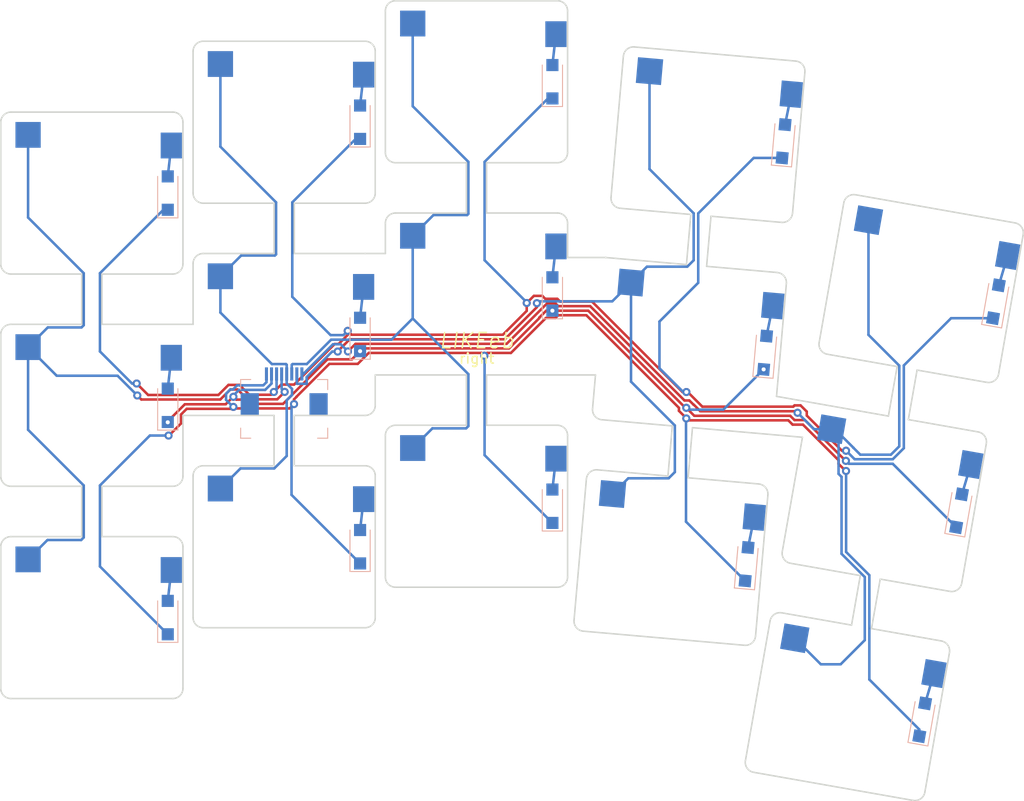
<source format=kicad_pcb>
(kicad_pcb (version 20221018) (generator pcbnew)
  (title_block (title "right") (rev "rev1.2") (company "nikservik"))
  (layers (0 "F.Cu" signal) (31 "B.Cu" signal) (34 "B.Paste" user) (35 "F.Paste" user) (36 "B.SilkS" user "B.Silkscreen") (37 "F.SilkS" user "F.Silkscreen") (38 "B.Mask" user) (39 "F.Mask" user) (44 "Edge.Cuts" user))
  (net 0 "")
  (net 1 "C10")
  (net 2 "RR2")
  (net 3 "S1_s2d")
  (net 4 "RR1")
  (net 5 "S2_s2d")
  (net 6 "RR3")
  (net 7 "S3_s2d")
  (net 8 "C9")
  (net 9 "S4_s2d")
  (net 10 "S5_s2d")
  (net 11 "S6_s2d")
  (net 12 "C8")
  (net 13 "S7_s2d")
  (net 14 "S8_s2d")
  (net 15 "S9_s2d")
  (net 16 "C7")
  (net 17 "S10_s2d")
  (net 18 "S11_s2d")
  (net 19 "S12_s2d")
  (net 20 "C6")
  (net 21 "S13_s2d")
  (net 22 "S14_s2d")
  (net 23 "S15_s2d")
  (footprint "GateronLowProfileSwitch" (layer "F.Cu") (at 197.291967 111.85441)
    (fp_text reference "S15" hide)
    (fp_text value "" hide)
  )
  (footprint "GateronLowProfileSwitch" (layer "F.Cu") (at 216.291967 83.88441)
    (fp_text reference "S10" hide)
    (fp_text value "" hide)
  )
  (footprint "GateronLowProfileSwitch" (layer "F.Cu") (at 258.161795 64.144753 -5)
    (fp_text reference "S5" hide)
    (fp_text value "" hide)
  )
  (footprint "GateronLowProfileSwitch" (layer "F.Cu") (at 197.291967 90.88441)
    (fp_text reference "S13" hide)
    (fp_text value "" hide)
  )
  (footprint "GateronLowProfileSwitch" (layer "F.Cu") (at 235.291967 79.88441)
    (fp_text reference "S7" hide)
    (fp_text value "" hide)
  )
  (footprint "GateronLowProfileSwitch" (layer "F.Cu") (at 279.225337 79.348581 -10)
    (fp_text reference "S2" hide)
    (fp_text value "" hide)
  )
  (footprint "GateronLowProfileSwitch" (layer "F.Cu") (at 254.506483 105.925158 -5)
    (fp_text reference "S6" hide)
    (fp_text value "" hide)
  )
  (footprint "GateronLowProfileSwitch" (layer "F.Cu") (at 235.291967 100.85441)
    (fp_text reference "S9" hide)
    (fp_text value "" hide)
  )
  (footprint "GateronLowProfileSwitch" (layer "F.Cu") (at 256.33414 85.034956 -5)
    (fp_text reference "S4" hide)
    (fp_text value "" hide)
  )
  (footprint "GateronLowProfileSwitch" (layer "F.Cu") (at 235.291967 58.91441)
    (fp_text reference "S8" hide)
    (fp_text value "" hide)
  )
  (footprint "GateronLowProfileSwitch" (layer "F.Cu") (at 216.291967 62.91441)
    (fp_text reference "S11" hide)
    (fp_text value "" hide)
  )
  (footprint "GateronLowProfileSwitch" (layer "F.Cu") (at 271.942532 120.651419 -10)
    (fp_text reference "S3" hide)
    (fp_text value "" hide)
  )
  (footprint "GateronLowProfileSwitch" (layer "F.Cu") (at 197.291967 69.91441)
    (fp_text reference "S14" hide)
    (fp_text value "" hide)
  )
  (footprint "GateronLowProfileSwitch" (layer "F.Cu") (at 275.583934 100 -10)
    (fp_text reference "S1" hide)
    (fp_text value "" hide)
  )
  (footprint "GateronLowProfileSwitch" (layer "F.Cu") (at 216.291967 104.85441)
    (fp_text reference "S12" hide)
    (fp_text value "" hide)
  )
  (footprint "SmdDiode" (layer "B.Cu") (at 258.161795 64.144753 -5)
    (fp_text reference "")
    (fp_text value "")
  )
  (footprint "SmdDiode" (layer "B.Cu") (at 197.291967 90.88441)
    (fp_text reference "")
    (fp_text value "")
  )
  (footprint "SmdDiode" (layer "B.Cu") (at 216.291967 104.85441)
    (fp_text reference "")
    (fp_text value "")
  )
  (footprint "SmdDiode" (layer "B.Cu") (at 235.291967 100.85441)
    (fp_text reference "")
    (fp_text value "")
  )
  (footprint "SmdDiode" (layer "B.Cu") (at 271.942532 120.651419 -10)
    (fp_text reference "")
    (fp_text value "")
  )
  (footprint "SmdDiode" (layer "B.Cu") (at 197.291967 69.91441)
    (fp_text reference "")
    (fp_text value "")
  )
  (footprint "SmdDiode" (layer "B.Cu") (at 256.33414 85.034956 -5)
    (fp_text reference "")
    (fp_text value "")
  )
  (footprint "SmdDiode" (layer "B.Cu") (at 216.291967 62.91441)
    (fp_text reference "")
    (fp_text value "")
  )
  (footprint "SmdDiode" (layer "B.Cu") (at 279.225337 79.348581 -10)
    (fp_text reference "")
    (fp_text value "")
  )
  (footprint "HKWClamshellSocket" (layer "B.Cu") (at 216.291967 90.78441 180)
    (fp_text reference "_1" hide)
    (fp_text value "" hide)
  )
  (footprint "SmdDiode" (layer "B.Cu") (at 197.291967 111.85441)
    (fp_text reference "")
    (fp_text value "")
  )
  (footprint "SmdDiode" (layer "B.Cu") (at 235.291967 79.88441)
    (fp_text reference "")
    (fp_text value "")
  )
  (footprint "SmdDiode" (layer "B.Cu") (at 235.291967 58.91441)
    (fp_text reference "")
    (fp_text value "")
  )
  (footprint "SmdDiode" (layer "B.Cu") (at 216.291967 83.88441)
    (fp_text reference "")
    (fp_text value "")
  )
  (footprint "SmdDiode" (layer "B.Cu") (at 254.506483 105.925158 -5)
    (fp_text reference "")
    (fp_text value "")
  )
  (footprint "SmdDiode" (layer "B.Cu") (at 275.583934 100 -10)
    (fp_text reference "")
    (fp_text value "")
  )
  (gr_line (start 269.957689 85.837858) (end 276.851343 87.053395) (stroke (width 0.15)) (layer "Edge.Cuts"))
  (gr_line (start 284.851582 93.510723) (end 277.957928 92.295186) (stroke (width 0.15)) (layer "Edge.Cuts"))
  (gr_line (start 288.492984 72.859305) (end 272.73606 70.080934) (stroke (width 0.15)) (layer "Edge.Cuts"))
  (gr_line (start 243.291967 50.91441) (end 227.291967 50.91441) (stroke (width 0.15)) (layer "Edge.Cuts"))
  (gr_arc (start 207.291967 76.88441) (mid 207.58486 76.177303) (end 208.291967 75.88441) (stroke (width 0.15)) (layer "Edge.Cuts"))
  (gr_line (start 266.828599 56.872441) (end 250.889484 55.477949) (stroke (width 0.15)) (layer "Edge.Cuts"))
  (gr_line (start 256.468355 72.027155) (end 256.035191 76.978242) (stroke (width 0.15)) (layer "Edge.Cuts"))
  (gr_line (start 224.291967 96.85441) (end 217.291967 96.85441) (stroke (width 0.15)) (layer "Edge.Cuts"))
  (gr_line (start 217.291967 91.88441) (end 224.291967 91.88441) (stroke (width 0.15)) (layer "Edge.Cuts"))
  (gr_line (start 225.291967 87.88441) (end 234.291967 87.88441) (stroke (width 0.15)) (layer "Edge.Cuts"))
  (gr_arc (start 206.291967 76.91441) (mid 205.999074 77.621517) (end 205.291967 77.91441) (stroke (width 0.15)) (layer "Edge.Cuts"))
  (gr_line (start 243.291967 71.88441) (end 236.291967 71.88441) (stroke (width 0.15)) (layer "Edge.Cuts"))
  (gr_line (start 264.2948 112.194931) (end 261.863725 125.982239) (stroke (width 0.15)) (layer "Edge.Cuts"))
  (gr_line (start 274.316525 112.946605) (end 275.179557 108.05211) (stroke (width 0.15)) (layer "Edge.Cuts"))
  (gr_arc (start 288.492984 72.859305) (mid 289.138488 73.270536) (end 289.304144 74.017761) (stroke (width 0.15)) (layer "Edge.Cuts"))
  (gr_line (start 188.291967 104.85441) (end 188.291967 118.85441) (stroke (width 0.15)) (layer "Edge.Cuts"))
  (gr_line (start 226.291967 93.85441) (end 226.291967 107.85441) (stroke (width 0.15)) (layer "Edge.Cuts"))
  (gr_line (start 234.291967 92.85441) (end 227.291967 92.85441) (stroke (width 0.15)) (layer "Edge.Cuts"))
  (gr_arc (start 226.291967 51.91441) (mid 226.58486 51.207303) (end 227.291967 50.91441) (stroke (width 0.15)) (layer "Edge.Cuts"))
  (gr_arc (start 225.291967 90.88441) (mid 224.999074 91.591517) (end 224.291967 91.88441) (stroke (width 0.15)) (layer "Edge.Cuts"))
  (gr_line (start 236.291967 92.85441) (end 236.291967 87.88441) (stroke (width 0.15)) (layer "Edge.Cuts"))
  (gr_line (start 277.957928 92.295186) (end 278.820959 87.400692) (stroke (width 0.15)) (layer "Edge.Cuts"))
  (gr_line (start 206.291967 76.91441) (end 206.291967 62.91441) (stroke (width 0.15)) (layer "Edge.Cuts"))
  (gr_arc (start 207.291967 97.85441) (mid 207.58486 97.147303) (end 208.291967 96.85441) (stroke (width 0.15)) (layer "Edge.Cuts"))
  (gr_line (start 281.21018 114.162142) (end 274.316525 112.946605) (stroke (width 0.15)) (layer "Edge.Cuts"))
  (gr_line (start 283.231667 108.456488) (end 285.662741 94.669179) (stroke (width 0.15)) (layer "Edge.Cuts"))
  (gr_arc (start 245.839681 113.19747) (mid 245.160792 112.844063) (end 244.930641 112.11412) (stroke (width 0.15)) (layer "Edge.Cuts"))
  (gr_arc (start 206.291967 97.88441) (mid 205.999074 98.591517) (end 205.291967 98.88441) (stroke (width 0.15)) (layer "Edge.Cuts"))
  (gr_arc (start 262.674885 127.140695) (mid 262.029381 126.729464) (end 261.863725 125.982239) (stroke (width 0.15)) (layer "Edge.Cuts"))
  (gr_arc (start 264.294799 112.19493) (mid 264.706031 111.549426) (end 265.453256 111.383771) (stroke (width 0.15)) (layer "Edge.Cuts"))
  (gr_line (start 272.34691 112.599308) (end 265.453256 111.383771) (stroke (width 0.15)) (layer "Edge.Cuts"))
  (gr_line (start 205.291967 61.91441) (end 189.291967 61.91441) (stroke (width 0.15)) (layer "Edge.Cuts"))
  (gr_line (start 224.291967 75.88441) (end 217.291967 75.88441) (stroke (width 0.15)) (layer "Edge.Cuts"))
  (gr_arc (start 189.291967 77.91441) (mid 188.58486 77.621517) (end 188.291967 76.91441) (stroke (width 0.15)) (layer "Edge.Cuts"))
  (gr_line (start 262.862146 113.682923) (end 264.082326 99.736197) (stroke (width 0.15)) (layer "Edge.Cuts"))
  (gr_line (start 215.291967 75.88441) (end 208.291967 75.88441) (stroke (width 0.15)) (layer "Edge.Cuts"))
  (gr_line (start 226.291967 75.88441) (end 224.291967 75.88441) (stroke (width 0.15)) (layer "Edge.Cuts"))
  (gr_arc (start 271.577604 70.892094) (mid 271.988835 70.24659) (end 272.73606 70.080934) (stroke (width 0.15)) (layer "Edge.Cuts"))
  (gr_line (start 264.934242 89.998759) (end 265.909982 78.845994) (stroke (width 0.15)) (layer "Edge.Cuts"))
  (gr_arc (start 263.173286 98.652847) (mid 263.852175 99.006254) (end 264.082326 99.736197) (stroke (width 0.15)) (layer "Edge.Cuts"))
  (gr_line (start 225.291967 69.91441) (end 225.291967 55.91441) (stroke (width 0.15)) (layer "Edge.Cuts"))
  (gr_line (start 188.291967 62.91441) (end 188.291967 76.91441) (stroke (width 0.15)) (layer "Edge.Cuts"))
  (gr_arc (start 226.291967 72.88441) (mid 226.58486 72.177303) (end 227.291967 71.88441) (stroke (width 0.15)) (layer "Edge.Cuts"))
  (gr_arc (start 189.291967 98.88441) (mid 188.58486 98.591517) (end 188.291967 97.88441) (stroke (width 0.15)) (layer "Edge.Cuts"))
  (gr_line (start 236.291967 87.88441) (end 247.050466 87.88441) (stroke (width 0.15)) (layer "Edge.Cuts"))
  (gr_arc (start 208.291967 112.85441) (mid 207.58486 112.561517) (end 207.291967 111.85441) (stroke (width 0.15)) (layer "Edge.Cuts"))
  (gr_line (start 226.291967 51.91441) (end 226.291967 65.91441) (stroke (width 0.15)) (layer "Edge.Cuts"))
  (gr_line (start 227.291967 66.91441) (end 234.291967 66.91441) (stroke (width 0.15)) (layer "Edge.Cuts"))
  (gr_arc (start 188.291967 104.85441) (mid 188.58486 104.147303) (end 189.291967 103.85441) (stroke (width 0.15)) (layer "Edge.Cuts"))
  (gr_line (start 262.674885 127.140695) (end 278.431809 129.919066) (stroke (width 0.15)) (layer "Edge.Cuts"))
  (gr_line (start 245.83968 113.19747) (end 261.778795 114.591962) (stroke (width 0.15)) (layer "Edge.Cuts"))
  (gr_arc (start 207.291967 55.91441) (mid 207.58486 55.207303) (end 208.291967 54.91441) (stroke (width 0.15)) (layer "Edge.Cuts"))
  (gr_arc (start 243.291967 92.85441) (mid 243.999074 93.147303) (end 244.291967 93.85441) (stroke (width 0.15)) (layer "Edge.Cuts"))
  (gr_line (start 198.291967 82.88441) (end 207.291967 82.88441) (stroke (width 0.15)) (layer "Edge.Cuts"))
  (gr_line (start 248.064967 76.288606) (end 248.064967 76.28041) (stroke (width 0.15)) (layer "Edge.Cuts"))
  (gr_line (start 247.050466 87.88441) (end 246.758297 91.223917) (stroke (width 0.15)) (layer "Edge.Cuts"))
  (gr_arc (start 249.806133 56.386988) (mid 250.15954 55.708099) (end 250.889484 55.477949) (stroke (width 0.15)) (layer "Edge.Cuts"))
  (gr_line (start 273.209941 107.704814) (end 272.34691 112.599308) (stroke (width 0.15)) (layer "Edge.Cuts"))
  (gr_arc (start 224.291967 96.85441) (mid 224.999074 97.147303) (end 225.291967 97.85441) (stroke (width 0.15)) (layer "Edge.Cuts"))
  (gr_arc (start 227.291967 66.91441) (mid 226.58486 66.621517) (end 226.291967 65.91441) (stroke (width 0.15)) (layer "Edge.Cuts"))
  (gr_line (start 227.291967 108.85441) (end 243.291967 108.85441) (stroke (width 0.15)) (layer "Edge.Cuts"))
  (gr_line (start 247.667336 92.307267) (end 254.640699 92.917357) (stroke (width 0.15)) (layer "Edge.Cuts"))
  (gr_line (start 256.633088 93.091669) (end 267.495648 94.04202) (stroke (width 0.15)) (layer "Edge.Cuts"))
  (gr_line (start 215.291967 96.85441) (end 208.291967 96.85441) (stroke (width 0.15)) (layer "Edge.Cuts"))
  (gr_line (start 225.291967 111.85441) (end 225.291967 97.85441) (stroke (width 0.15)) (layer "Edge.Cuts"))
  (gr_arc (start 244.291967 65.91441) (mid 243.999074 66.621517) (end 243.291967 66.91441) (stroke (width 0.15)) (layer "Edge.Cuts"))
  (gr_arc (start 226.291967 93.85441) (mid 226.58486 93.147303) (end 227.291967 92.85441) (stroke (width 0.15)) (layer "Edge.Cuts"))
  (gr_line (start 215.291967 91.88441) (end 215.291967 96.85441) (stroke (width 0.15)) (layer "Edge.Cuts"))
  (gr_line (start 244.291967 107.85441) (end 244.291967 93.85441) (stroke (width 0.15)) (layer "Edge.Cuts"))
  (gr_line (start 248.065633 76.280996) (end 248.064967 76.288606) (stroke (width 0.15)) (layer "Edge.Cuts"))
  (gr_line (start 271.577604 70.892094) (end 269.14653 84.679402) (stroke (width 0.15)) (layer "Edge.Cuts"))
  (gr_line (start 249.494992 71.417064) (end 256.468355 72.027155) (stroke (width 0.15)) (layer "Edge.Cuts"))
  (gr_arc (start 266.517457 71.902518) (mid 266.16405 72.581406) (end 265.434107 72.811556) (stroke (width 0.15)) (layer "Edge.Cuts"))
  (gr_line (start 266.517457 71.902517) (end 267.737638 57.955792) (stroke (width 0.15)) (layer "Edge.Cuts"))
  (gr_line (start 217.291967 75.88441) (end 217.291967 70.91441) (stroke (width 0.15)) (layer "Edge.Cuts"))
  (gr_arc (start 246.150821 98.167394) (mid 246.504228 97.488505) (end 247.234172 97.258355) (stroke (width 0.15)) (layer "Edge.Cuts"))
  (gr_line (start 215.291967 70.91441) (end 215.291967 75.88441) (stroke (width 0.15)) (layer "Edge.Cuts"))
  (gr_arc (start 205.291967 103.85441) (mid 205.999074 104.147303) (end 206.291967 104.85441) (stroke (width 0.15)) (layer "Edge.Cuts"))
  (gr_line (start 198.291967 98.88441) (end 205.291967 98.88441) (stroke (width 0.15)) (layer "Edge.Cuts"))
  (gr_line (start 189.291967 119.85441) (end 205.291967 119.85441) (stroke (width 0.15)) (layer "Edge.Cuts"))
  (gr_line (start 198.291967 103.85441) (end 198.291967 98.88441) (stroke (width 0.15)) (layer "Edge.Cuts"))
  (gr_line (start 249.806133 56.386988) (end 248.585953 70.333714) (stroke (width 0.15)) (layer "Edge.Cuts"))
  (gr_line (start 265.000943 77.762644) (end 258.02758 77.152554) (stroke (width 0.15)) (layer "Edge.Cuts"))
  (gr_line (start 196.291967 98.88441) (end 196.291967 103.85441) (stroke (width 0.15)) (layer "Edge.Cuts"))
  (gr_line (start 198.291967 77.91441) (end 205.291967 77.91441) (stroke (width 0.15)) (layer "Edge.Cuts"))
  (gr_line (start 236.291967 71.88441) (end 236.291967 66.91441) (stroke (width 0.15)) (layer "Edge.Cuts"))
  (gr_arc (start 189.291967 119.85441) (mid 188.58486 119.561517) (end 188.291967 118.85441) (stroke (width 0.15)) (layer "Edge.Cuts"))
  (gr_line (start 189.291967 77.91441) (end 196.291967 77.91441) (stroke (width 0.15)) (layer "Edge.Cuts"))
  (gr_arc (start 208.291967 70.91441) (mid 207.58486 70.621517) (end 207.291967 69.91441) (stroke (width 0.15)) (layer "Edge.Cuts"))
  (gr_arc (start 266.316287 106.489277) (mid 265.670783 106.078046) (end 265.505127 105.330821) (stroke (width 0.15)) (layer "Edge.Cuts"))
  (gr_arc (start 225.291967 111.85441) (mid 224.999074 112.561517) (end 224.291967 112.85441) (stroke (width 0.15)) (layer "Edge.Cuts"))
  (gr_arc (start 188.291967 83.88441) (mid 188.58486 83.177303) (end 189.291967 82.88441) (stroke (width 0.15)) (layer "Edge.Cuts"))
  (gr_line (start 207.291967 97.85441) (end 207.291967 111.85441) (stroke (width 0.15)) (layer "Edge.Cuts"))
  (gr_line (start 224.291967 54.91441) (end 208.291967 54.91441) (stroke (width 0.15)) (layer "Edge.Cuts"))
  (gr_arc (start 284.851582 93.510723) (mid 285.497086 93.921954) (end 285.662742 94.669179) (stroke (width 0.15)) (layer "Edge.Cuts"))
  (gr_line (start 208.291967 70.91441) (end 215.291967 70.91441) (stroke (width 0.15)) (layer "Edge.Cuts"))
  (gr_arc (start 286.873069 87.805069) (mid 286.461838 88.450573) (end 285.714613 88.616229) (stroke (width 0.15)) (layer "Edge.Cuts"))
  (gr_arc (start 249.494992 71.417065) (mid 248.816103 71.063658) (end 248.585953 70.333714) (stroke (width 0.15)) (layer "Edge.Cuts"))
  (gr_line (start 264.934242 89.998759) (end 275.988312 91.94789) (stroke (width 0.15)) (layer "Edge.Cuts"))
  (gr_line (start 196.291967 82.88441) (end 189.291967 82.88441) (stroke (width 0.15)) (layer "Edge.Cuts"))
  (gr_line (start 234.291967 66.91441) (end 234.291967 71.88441) (stroke (width 0.15)) (layer "Edge.Cuts"))
  (gr_arc (start 281.210179 114.162142) (mid 281.855683 114.573373) (end 282.021339 115.320598) (stroke (width 0.15)) (layer "Edge.Cuts"))
  (gr_line (start 246.150821 98.167394) (end 244.930641 112.11412) (stroke (width 0.15)) (layer "Edge.Cuts"))
  (gr_arc (start 224.291967 54.91441) (mid 224.999074 55.207303) (end 225.291967 55.91441) (stroke (width 0.15)) (layer "Edge.Cuts"))
  (gr_arc (start 244.291967 107.85441) (mid 243.999074 108.561517) (end 243.291967 108.85441) (stroke (width 0.15)) (layer "Edge.Cuts"))
  (gr_line (start 258.460744 72.201466) (end 265.434107 72.811556) (stroke (width 0.15)) (layer "Edge.Cuts"))
  (gr_arc (start 188.291967 62.91441) (mid 188.58486 62.207303) (end 189.291967 61.91441) (stroke (width 0.15)) (layer "Edge.Cuts"))
  (gr_line (start 276.851343 87.053395) (end 275.988312 91.94789) (stroke (width 0.15)) (layer "Edge.Cuts"))
  (gr_line (start 248.064967 76.28041) (end 244.291967 76.28041) (stroke (width 0.15)) (layer "Edge.Cuts"))
  (gr_arc (start 266.828599 56.872441) (mid 267.507488 57.225848) (end 267.737638 57.955792) (stroke (width 0.15)) (layer "Edge.Cuts"))
  (gr_line (start 263.173287 98.652847) (end 256.199924 98.042757) (stroke (width 0.15)) (layer "Edge.Cuts"))
  (gr_line (start 234.291967 71.88441) (end 227.291967 71.88441) (stroke (width 0.15)) (layer "Edge.Cuts"))
  (gr_line (start 244.291967 65.91441) (end 244.291967 51.91441) (stroke (width 0.15)) (layer "Edge.Cuts"))
  (gr_line (start 198.291967 82.88441) (end 198.291967 77.91441) (stroke (width 0.15)) (layer "Edge.Cuts"))
  (gr_line (start 244.291967 76.28041) (end 244.291967 72.88441) (stroke (width 0.15)) (layer "Edge.Cuts"))
  (gr_line (start 217.291967 96.85441) (end 217.291967 91.88441) (stroke (width 0.15)) (layer "Edge.Cuts"))
  (gr_line (start 206.291967 91.88441) (end 215.291967 91.88441) (stroke (width 0.15)) (layer "Edge.Cuts"))
  (gr_line (start 189.291967 98.88441) (end 196.291967 98.88441) (stroke (width 0.15)) (layer "Edge.Cuts"))
  (gr_line (start 188.291967 83.88441) (end 188.291967 97.88441) (stroke (width 0.15)) (layer "Edge.Cuts"))
  (gr_line (start 205.291967 103.85441) (end 198.291967 103.85441) (stroke (width 0.15)) (layer "Edge.Cuts"))
  (gr_arc (start 243.291967 71.88441) (mid 243.999074 72.177303) (end 244.291967 72.88441) (stroke (width 0.15)) (layer "Edge.Cuts"))
  (gr_line (start 254.640699 92.917357) (end 254.207535 97.868445) (stroke (width 0.15)) (layer "Edge.Cuts"))
  (gr_arc (start 225.291967 69.91441) (mid 224.999074 70.621517) (end 224.291967 70.91441) (stroke (width 0.15)) (layer "Edge.Cuts"))
  (gr_line (start 207.291967 55.91441) (end 207.291967 69.91441) (stroke (width 0.15)) (layer "Edge.Cuts"))
  (gr_arc (start 269.957689 85.837857) (mid 269.312186 85.426626) (end 269.14653 84.679402) (stroke (width 0.15)) (layer "Edge.Cuts"))
  (gr_arc (start 206.291967 118.85441) (mid 205.999074 119.561517) (end 205.291967 119.85441) (stroke (width 0.15)) (layer "Edge.Cuts"))
  (gr_line (start 286.873069 87.805069) (end 289.304144 74.017761) (stroke (width 0.15)) (layer "Edge.Cuts"))
  (gr_line (start 226.291967 72.88441) (end 226.291967 75.88441) (stroke (width 0.15)) (layer "Edge.Cuts"))
  (gr_line (start 196.291967 77.91441) (end 196.291967 82.88441) (stroke (width 0.15)) (layer "Edge.Cuts"))
  (gr_line (start 254.207535 97.868445) (end 247.234172 97.258355) (stroke (width 0.15)) (layer "Edge.Cuts"))
  (gr_line (start 206.291967 97.88441) (end 206.291967 91.88441) (stroke (width 0.15)) (layer "Edge.Cuts"))
  (gr_line (start 267.495648 94.04202) (end 265.505127 105.330821) (stroke (width 0.15)) (layer "Edge.Cuts"))
  (gr_arc (start 262.862146 113.682923) (mid 262.508739 114.361812) (end 261.778795 114.591962) (stroke (width 0.15)) (layer "Edge.Cuts"))
  (gr_line (start 278.820959 87.400692) (end 285.714613 88.616229) (stroke (width 0.15)) (layer "Edge.Cuts"))
  (gr_line (start 256.199924 98.042757) (end 256.633088 93.091669) (stroke (width 0.15)) (layer "Edge.Cuts"))
  (gr_line (start 225.291967 90.88441) (end 225.291967 87.88441) (stroke (width 0.15)) (layer "Edge.Cuts"))
  (gr_arc (start 227.291967 108.85441) (mid 226.58486 108.561517) (end 226.291967 107.85441) (stroke (width 0.15)) (layer "Edge.Cuts"))
  (gr_line (start 243.291967 92.85441) (end 236.291967 92.85441) (stroke (width 0.15)) (layer "Edge.Cuts"))
  (gr_line (start 275.179557 108.05211) (end 282.073211 109.267647) (stroke (width 0.15)) (layer "Edge.Cuts"))
  (gr_line (start 258.02758 77.152554) (end 258.460744 72.201466) (stroke (width 0.15)) (layer "Edge.Cuts"))
  (gr_arc (start 205.291967 61.91441) (mid 205.999074 62.207303) (end 206.291967 62.91441) (stroke (width 0.15)) (layer "Edge.Cuts"))
  (gr_arc (start 283.231667 108.456488) (mid 282.820436 109.101992) (end 282.073211 109.267648) (stroke (width 0.15)) (layer "Edge.Cuts"))
  (gr_line (start 234.291967 87.88441) (end 234.291967 92.85441) (stroke (width 0.15)) (layer "Edge.Cuts"))
  (gr_line (start 266.316287 106.489277) (end 273.209941 107.704814) (stroke (width 0.15)) (layer "Edge.Cuts"))
  (gr_line (start 207.291967 76.88441) (end 207.291967 82.88441) (stroke (width 0.15)) (layer "Edge.Cuts"))
  (gr_line (start 217.291967 70.91441) (end 224.291967 70.91441) (stroke (width 0.15)) (layer "Edge.Cuts"))
  (gr_line (start 208.291967 112.85441) (end 224.291967 112.85441) (stroke (width 0.15)) (layer "Edge.Cuts"))
  (gr_line (start 196.291967 103.85441) (end 189.291967 103.85441) (stroke (width 0.15)) (layer "Edge.Cuts"))
  (gr_line (start 279.590265 129.107906) (end 282.021339 115.320598) (stroke (width 0.15)) (layer "Edge.Cuts"))
  (gr_arc (start 243.291967 50.91441) (mid 243.999074 51.207303) (end 244.291967 51.91441) (stroke (width 0.15)) (layer "Edge.Cuts"))
  (gr_arc (start 247.667337 92.307267) (mid 246.988448 91.95386) (end 246.758297 91.223917) (stroke (width 0.15)) (layer "Edge.Cuts"))
  (gr_line (start 206.291967 118.85441) (end 206.291967 104.85441) (stroke (width 0.15)) (layer "Edge.Cuts"))
  (gr_arc (start 265.000942 77.762644) (mid 265.679831 78.116051) (end 265.909982 78.845994) (stroke (width 0.15)) (layer "Edge.Cuts"))
  (gr_arc (start 279.590265 129.107906) (mid 279.179034 129.75341) (end 278.431809 129.919066) (stroke (width 0.15)) (layer "Edge.Cuts"))
  (gr_line (start 249.061828 76.368152) (end 248.065633 76.280996) (stroke (width 0.15)) (layer "Edge.Cuts"))
  (gr_line (start 256.035191 76.978242) (end 249.061828 76.368152) (stroke (width 0.15)) (layer "Edge.Cuts"))
  (gr_line (start 236.291967 66.91441) (end 243.291967 66.91441) (stroke (width 0.15)) (layer "Edge.Cuts"))
  (gr_text "right" (at 233.48 86.84) (layer "F.SilkS") (effects (font (size 1 1)) (justify left bottom)))
  (gr_text "LIKEeb" (at 231.51 85.38) (layer "F.SilkS") (effects (font (size 1.5 1.5) (thickness 0.15) italic) (justify left bottom)))
  (segment (start 238.27059 84.80941) (end 242.27059 80.80941) (width 0.25) (layer "F.Cu") (net 1))
  (segment (start 255.841396 90.405) (end 256.320305 90.405) (width 0.25) (layer "F.Cu") (net 1))
  (segment (start 222.592465 85.56) (end 223.343055 84.80941) (width 0.25) (layer "F.Cu") (net 1))
  (segment (start 243.367272 81.08441) (end 246.520806 81.08441) (width 0.25) (layer "F.Cu") (net 1))
  (segment (start 256.745 90.829695) (end 256.769695 90.829695) (width 0.25) (layer "F.Cu") (net 1))
  (segment (start 243.092272 80.80941) (end 243.367272 81.08441) (width 0.25) (layer "F.Cu") (net 1))
  (segment (start 256.769695 90.829695) (end 257.407852 91.467852) (width 0.25) (layer "F.Cu") (net 1))
  (segment (start 257.407852 91.467852) (end 266.863464 91.467852) (width 0.25) (layer "F.Cu") (net 1))
  (segment (start 223.343055 84.80941) (end 238.27059 84.80941) (width 0.25) (layer "F.Cu") (net 1))
  (segment (start 242.27059 80.80941) (end 243.092272 80.80941) (width 0.25) (layer "F.Cu") (net 1))
  (segment (start 246.520806 81.08441) (end 255.841396 90.405) (width 0.25) (layer "F.Cu") (net 1))
  (segment (start 266.863464 91.467852) (end 267.013659 91.618047) (width 0.25) (layer "F.Cu") (net 1))
  (segment (start 256.320305 90.405) (end 256.745 90.829695) (width 0.25) (layer "F.Cu") (net 1))
  (via (at 267.013659 91.618047) (size 0.8) (drill 0.4) (layers "F.Cu" "B.Cu") (net 1))
  (via (at 222.592465 85.56) (size 0.8) (drill 0.4) (layers "F.Cu" "B.Cu") (net 1))
  (segment (start 271.36 97.952076) (end 271.36 105.555983) (width 0.25) (layer "B.Cu") (net 1))
  (segment (start 221.118848 84.847548) (end 218.181986 87.78441) (width 0.25) (layer "B.Cu") (net 1))
  (segment (start 274.019525 83.922687) (end 277.062691 86.965853) (width 0.25) (layer "B.Cu") (net 1))
  (segment (start 273.21087 95.76087) (end 272.527813 95.077813) (width 0.25) (layer "B.Cu") (net 1))
  (segment (start 273.655177 107.85116) (end 273.655177 114.084823) (width 0.25) (layer "B.Cu") (net 1))
  (segment (start 273.655177 114.084823) (end 271.27 116.47) (width 0.25) (layer "B.Cu") (net 1))
  (segment (start 270.70091 93.243372) (end 270.378122 93.243372) (width 0.25) (layer "B.Cu") (net 1))
  (segment (start 272.527813 95.070275) (end 270.70091 93.243372) (width 0.25) (layer "B.Cu") (net 1))
  (segment (start 274.019525 72.591953) (end 274.019525 83.922687) (width 0.25) (layer "B.Cu") (net 1))
  (segment (start 267.013659 91.618047) (end 268.638984 93.243372) (width 0.25) (layer "B.Cu") (net 1))
  (segment (start 276.232734 95.76087) (end 273.21087 95.76087) (width 0.25) (layer "B.Cu") (net 1))
  (segment (start 271.36 105.555983) (end 273.655177 107.85116) (width 0.25) (layer "B.Cu") (net 1))
  (segment (start 272.527813 95.077813) (end 272.527813 95.070275) (width 0.25) (layer "B.Cu") (net 1))
  (segment (start 277.062691 94.930913) (end 276.232734 95.76087) (width 0.25) (layer "B.Cu") (net 1))
  (segment (start 222.592465 85.56) (end 221.880013 84.847548) (width 0.25) (layer "B.Cu") (net 1))
  (segment (start 270.378122 93.243372) (end 271.065 93.93025) (width 0.25) (layer "B.Cu") (net 1))
  (segment (start 218.181986 87.78441) (end 218.041967 87.78441) (width 0.25) (layer "B.Cu") (net 1))
  (segment (start 268.638984 93.243372) (end 270.378122 93.243372) (width 0.25) (layer "B.Cu") (net 1))
  (segment (start 277.062691 86.965853) (end 277.062691 94.930913) (width 0.25) (layer "B.Cu") (net 1))
  (segment (start 271.065 97.657076) (end 271.36 97.952076) (width 0.25) (layer "B.Cu") (net 1))
  (segment (start 271.27 116.47) (end 269.311929 116.47) (width 0.25) (layer "B.Cu") (net 1))
  (segment (start 271.065 93.93025) (end 271.065 97.657076) (width 0.25) (layer "B.Cu") (net 1))
  (segment (start 221.880013 84.847548) (end 221.118848 84.847548) (width 0.25) (layer "B.Cu") (net 1))
  (segment (start 269.311929 116.47) (end 266.73672 113.894791) (width 0.25) (layer "B.Cu") (net 1))
  (segment (start 238.509451 85.25941) (end 241.503861 82.265) (width 0.25) (layer "F.Cu") (net 2))
  (segment (start 256.02 91.13) (end 255.93 91.13) (width 0.25) (layer "F.Cu") (net 2))
  (segment (start 211.549461 90.317352) (end 212.048726 90.317352) (width 0.25) (layer "F.Cu") (net 2))
  (segment (start 256.807852 91.917852) (end 266.287452 91.917852) (width 0.25) (layer "F.Cu") (net 2))
  (segment (start 206.477138 90.78) (end 204.79 92.467138) (width 0.25) (layer "F.Cu") (net 2))
  (segment (start 211.247318 90.042851) (end 210.510169 90.78) (width 0.25) (layer "F.Cu") (net 2))
  (segment (start 210.510169 90.78) (end 206.477138 90.78) (width 0.25) (layer "F.Cu") (net 2))
  (segment (start 217.066479 89.843521) (end 220.57 86.34) (width 0.25) (layer "F.Cu") (net 2))
  (segment (start 223.791967 85.53441) (end 224.066967 85.25941) (width 0.25) (layer "F.Cu") (net 2))
  (segment (start 211.27496 90.042851) (end 211.549461 90.317352) (width 0.25) (layer "F.Cu") (net 2))
  (segment (start 266.287452 91.917852) (end 266.712147 92.342547) (width 0.25) (layer "F.Cu") (net 2))
  (segment (start 212.471374 90.74) (end 216.185305 90.74) (width 0.25) (layer "F.Cu") (net 2))
  (segment (start 216.185305 90.74) (end 217.066479 89.858826) (width 0.25) (layer "F.Cu") (net 2))
  (segment (start 204.79 92.467138) (end 204.79 92.56) (width 0.25) (layer "F.Cu") (net 2))
  (segment (start 256.02 91.13) (end 256.807852 91.917852) (width 0.25) (layer "F.Cu") (net 2))
  (segment (start 220.57 86.34) (end 222.986377 86.34) (width 0.25) (layer "F.Cu") (net 2))
  (segment (start 241.503861 82.212535) (end 242.181986 81.53441) (width 0.25) (layer "F.Cu") (net 2))
  (segment (start 246.33441 81.53441) (end 242.791967 81.53441) (width 0.25) (layer "F.Cu") (net 2))
  (segment (start 266.712147 92.342547) (end 267.736745 92.342547) (width 0.25) (layer "F.Cu") (net 2))
  (segment (start 242.181986 81.53441) (end 242.791967 81.53441) (width 0.25) (layer "F.Cu") (net 2))
  (segment (start 224.066967 85.25941) (end 238.509451 85.25941) (width 0.25) (layer "F.Cu") (net 2))
  (segment (start 212.048726 90.317352) (end 212.471374 90.74) (width 0.25) (layer "F.Cu") (net 2))
  (segment (start 255.93 91.13) (end 246.33441 81.53441) (width 0.25) (layer "F.Cu") (net 2))
  (segment (start 271.764198 96.37) (end 271.79 96.37) (width 0.25) (layer "F.Cu") (net 2))
  (segment (start 217.066479 89.858826) (end 217.066479 89.843521) (width 0.25) (layer "F.Cu") (net 2))
  (segment (start 222.986377 86.34) (end 223.791967 85.53441) (width 0.25) (layer "F.Cu") (net 2))
  (segment (start 267.736745 92.342547) (end 271.764198 96.37) (width 0.25) (layer "F.Cu") (net 2))
  (segment (start 241.503861 82.265) (end 241.503861 82.212535) (width 0.25) (layer "F.Cu") (net 2))
  (segment (start 211.27496 90.042851) (end 211.247318 90.042851) (width 0.25) (layer "F.Cu") (net 2))
  (via (at 204.79 92.56) (size 0.8) (drill 0.4) (layers "F.Cu" "B.Cu") (net 2))
  (via (at 223.791967 85.53441) (size 0.8) (drill 0.4) (layers "F.Cu" "B.Cu") (net 2))
  (via (at 256.02 91.13) (size 0.8) (drill 0.4) (layers "F.Cu" "B.Cu") (net 2))
  (via (at 211.27496 90.042851) (size 0.8) (drill 0.4) (layers "F.Cu" "B.Cu") (net 2))
  (via (at 263.661793 87.332345) (size 0.8) (drill 0.4) (layers "F.Cu" "B.Cu") (net 2))
  (via (at 242.791967 81.53441) (size 0.8) (drill 0.4) (layers "F.Cu" "B.Cu") (net 2))
  (via (at 271.79 96.37) (size 0.8) (drill 0.4) (layers "F.Cu" "B.Cu") (net 2))
  (segment (start 211.27496 90.042851) (end 211.27496 89.91504) (width 0.25) (layer "B.Cu") (net 2))
  (segment (start 211.27496 89.91504) (end 211.83059 89.35941) (width 0.25) (layer "B.Cu") (net 2))
  (segment (start 215.041967 88.73441) (end 215.041967 87.78441) (width 0.25) (layer "B.Cu") (net 2))
  (segment (start 256.02 91.13) (end 256.203532 91.313532) (width 0.25) (layer "B.Cu") (net 2))
  (segment (start 211.83059 89.35941) (end 214.416967 89.35941) (width 0.25) (layer "B.Cu") (net 2))
  (segment (start 259.680606 91.313532) (end 263.661793 87.332345) (width 0.25) (layer "B.Cu") (net 2))
  (segment (start 276.417049 96.66087) (end 282.683473 102.927294) (width 0.25) (layer "B.Cu") (net 2))
  (segment (start 272.08087 96.66087) (end 276.417049 96.66087) (width 0.25) (layer "B.Cu") (net 2))
  (segment (start 214.416967 89.35941) (end 215.041967 88.73441) (width 0.25) (layer "B.Cu") (net 2))
  (segment (start 256.203532 91.313532) (end 259.680606 91.313532) (width 0.25) (layer "B.Cu") (net 2))
  (segment (start 271.79 96.37) (end 272.08087 96.66087) (width 0.25) (layer "B.Cu") (net 2))
  (segment (start 284.130822 96.734542) (end 283.256512 99.677429) (width 0.25) (layer "B.Cu") (net 3))
  (segment (start 255.642545 89.569753) (end 246.707202 80.63441) (width 0.25) (layer "F.Cu") (net 4))
  (segment (start 240.961302 80.0695) (end 240.255401 80.775401) (width 0.25) (layer "F.Cu") (net 4))
  (segment (start 267.923141 91.502931) (end 267.312757 90.892547) (width 0.25) (layer "F.Cu") (net 4))
  (segment (start 267.923141 91.892547) (end 267.923141 91.502931) (width 0.25) (layer "F.Cu") (net 4))
  (segment (start 271.802813 95.37058) (end 271.401174 95.37058) (width 0.25) (layer "F.Cu") (net 4))
  (segment (start 210.788259 88.867851) (end 209.79611 89.86) (width 0.25) (layer "F.Cu") (net 4))
  (segment (start 214.996476 89.84) (end 212.844166 89.84) (width 0.25) (layer "F.Cu") (net 4))
  (segment (start 221.28 84.83) (end 217.276479 88.833521) (width 0.25) (layer "F.Cu") (net 4))
  (segment (start 221.660764 84.83) (end 221.28 84.83) (width 0.25) (layer "F.Cu") (net 4))
  (segment (start 237.897798 83.90941) (end 222.953994 83.90941) (width 0.25) (layer "F.Cu") (net 4))
  (segment (start 256.030747 89.569753) (end 255.642545 89.569753) (width 0.25) (layer "F.Cu") (net 4))
  (segment (start 243.278668 80.35941) (end 242.084194 80.35941) (width 0.25) (layer "F.Cu") (net 4))
  (segment (start 217.276479 88.833521) (end 216.002955 88.833521) (width 0.25) (layer "F.Cu") (net 4))
  (segment (start 216.002955 88.833521) (end 215.270976 89.5655) (width 0.25) (layer "F.Cu") (net 4))
  (segment (start 257.607852 91.017852) (end 256.159753 89.569753) (width 0.25) (layer "F.Cu") (net 4))
  (segment (start 267.312757 90.892547) (end 266.712147 90.892547) (width 0.25) (layer "F.Cu") (net 4))
  (segment (start 240.255401 81.551807) (end 237.897798 83.90941) (width 0.25) (layer "F.Cu") (net 4))
  (segment (start 211.872017 88.867851) (end 210.788259 88.867851) (width 0.25) (layer "F.Cu") (net 4))
  (segment (start 212.844166 89.84) (end 211.872017 88.867851) (width 0.25) (layer "F.Cu") (net 4))
  (segment (start 266.586842 91.017852) (end 257.607852 91.017852) (width 0.25) (layer "F.Cu") (net 4))
  (segment (start 266.712147 90.892547) (end 266.586842 91.017852) (width 0.25) (layer "F.Cu") (net 4))
  (segment (start 242.084194 80.35941) (end 241.794284 80.0695) (width 0.25) (layer "F.Cu") (net 4))
  (segment (start 215.270976 89.5655) (end 214.996476 89.84) (width 0.25) (layer "F.Cu") (net 4))
  (segment (start 222.105764 84.385) (end 221.660764 84.83) (width 0.25) (layer "F.Cu") (net 4))
  (segment (start 240.255401 80.775401) (end 240.255401 81.551807) (width 0.25) (layer "F.Cu") (net 4))
  (segment (start 202.85 89.86) (end 201.72 88.73) (width 0.25) (layer "F.Cu") (net 4))
  (segment (start 241.794284 80.0695) (end 240.961302 80.0695) (width 0.25) (layer "F.Cu") (net 4))
  (segment (start 271.401174 95.37058) (end 267.923141 91.892547) (width 0.25) (layer "F.Cu") (net 4))
  (segment (start 243.553668 80.63441) (end 243.278668 80.35941) (width 0.25) (layer "F.Cu") (net 4))
  (segment (start 222.108604 84.385) (end 222.105764 84.385) (width 0.25) (layer "F.Cu") (net 4))
  (segment (start 222.570084 83.5255) (end 222.570084 83.92352) (width 0.25) (layer "F.Cu") (net 4))
  (segment (start 209.79611 89.86) (end 202.85 89.86) (width 0.25) (layer "F.Cu") (net 4))
  (segment (start 246.707202 80.63441) (end 243.553668 80.63441) (width 0.25) (layer "F.Cu") (net 4))
  (segment (start 256.159753 89.569753) (end 256.030747 89.569753) (width 0.25) (layer "F.Cu") (net 4))
  (segment (start 222.570084 83.92352) (end 222.108604 84.385) (width 0.25) (layer "F.Cu") (net 4))
  (segment (start 222.953994 83.90941) (end 222.570084 83.5255) (width 0.25) (layer "F.Cu") (net 4))
  (via (at 256.030747 89.569753) (size 0.8) (drill 0.4) (layers "F.Cu" "B.Cu") (net 4))
  (via (at 271.802813 95.37058) (size 0.8) (drill 0.4) (layers "F.Cu" "B.Cu") (net 4))
  (via (at 215.270976 89.5655) (size 0.8) (drill 0.4) (layers "F.Cu" "B.Cu") (net 4))
  (via (at 201.72 88.73) (size 0.8) (drill 0.4) (layers "F.Cu" "B.Cu") (net 4))
  (via (at 240.255401 80.775401) (size 0.8) (drill 0.4) (layers "F.Cu" "B.Cu") (net 4))
  (via (at 222.570084 83.5255) (size 0.8) (drill 0.4) (layers "F.Cu" "B.Cu") (net 4))
  (segment (start 236.091967 66.831567) (end 242.359124 60.56441) (width 0.25) (layer "B.Cu") (net 4))
  (segment (start 271.815885 95.37058) (end 272.656175 96.21087) (width 0.25) (layer "B.Cu") (net 4))
  (segment (start 215.541967 87.78441) (end 215.541967 89.294509) (width 0.25) (layer "B.Cu") (net 4))
  (segment (start 204.359124 71.56441) (end 204.791967 71.56441) (width 0.25) (layer "B.Cu") (net 4))
  (segment (start 271.802813 95.37058) (end 271.815885 95.37058) (width 0.25) (layer "B.Cu") (net 4))
  (segment (start 220.877548 83.947548) (end 217.091967 80.161967) (width 0.25) (layer "B.Cu") (net 4))
  (segment (start 255.719753 89.569753) (end 253.37 87.22) (width 0.25) (layer "B.Cu") (net 4))
  (segment (start 236.091967 76.547835) (end 236.091967 66.831567) (width 0.25) (layer "B.Cu") (net 4))
  (segment (start 257.2 78.777061) (end 257.2 71.92) (width 0.25) (layer "B.Cu") (net 4))
  (segment (start 223.359124 64.56441) (end 223.791967 64.56441) (width 0.25) (layer "B.Cu") (net 4))
  (segment (start 262.677858 66.442142) (end 265.489448 66.442142) (width 0.25) (layer "B.Cu") (net 4))
  (segment (start 276.41913 96.21087) (end 277.512691 95.117309) (width 0.25) (layer "B.Cu") (net 4))
  (segment (start 282.184125 82.275875) (end 286.324876 82.275875) (width 0.25) (layer "B.Cu") (net 4))
  (segment (start 201.26 88.73) (end 198.091967 85.561967) (width 0.25) (layer "B.Cu") (net 4))
  (segment (start 256.030747 89.569753) (end 255.719753 89.569753) (width 0.25) (layer "B.Cu") (net 4))
  (segment (start 253.37 87.22) (end 253.37 82.607061) (width 0.25) (layer "B.Cu") (net 4))
  (segment (start 257.2 71.92) (end 262.677858 66.442142) (width 0.25) (layer "B.Cu") (net 4))
  (segment (start 277.512691 95.117309) (end 277.512691 86.947309) (width 0.25) (layer "B.Cu") (net 4))
  (segment (start 240.255401 80.775401) (end 240.255401 80.711269) (width 0.25) (layer "B.Cu") (net 4))
  (segment (start 198.091967 77.831567) (end 204.359124 71.56441) (width 0.25) (layer "B.Cu") (net 4))
  (segment (start 198.091967 85.561967) (end 198.091967 77.831567) (width 0.25) (layer "B.Cu") (net 4))
  (segment (start 277.512691 86.947309) (end 282.184125 82.275875) (width 0.25) (layer "B.Cu") (net 4))
  (segment (start 222.570084 83.5255) (end 222.148036 83.947548) (width 0.25) (layer "B.Cu") (net 4))
  (segment (start 217.091967 70.831567) (end 223.359124 64.56441) (width 0.25) (layer "B.Cu") (net 4))
  (segment (start 242.359124 60.56441) (end 242.791967 60.56441) (width 0.25) (layer "B.Cu") (net 4))
  (segment (start 222.148036 83.947548) (end 220.877548 83.947548) (width 0.25) (layer "B.Cu") (net 4))
  (segment (start 253.37 82.607061) (end 257.2 78.777061) (width 0.25) (layer "B.Cu") (net 4))
  (segment (start 217.091967 80.161967) (end 217.091967 70.831567) (width 0.25) (layer "B.Cu") (net 4))
  (segment (start 240.255401 80.711269) (end 236.091967 76.547835) (width 0.25) (layer "B.Cu") (net 4))
  (segment (start 201.72 88.73) (end 201.26 88.73) (width 0.25) (layer "B.Cu") (net 4))
  (segment (start 272.656175 96.21087) (end 276.41913 96.21087) (width 0.25) (layer "B.Cu") (net 4))
  (segment (start 215.541967 89.294509) (end 215.270976 89.5655) (width 0.25) (layer "B.Cu") (net 4))
  (segment (start 287.772224 76.083123) (end 286.897914 79.02601) (width 0.25) (layer "B.Cu") (net 5))
  (segment (start 243.091682 82.26) (end 243.367272 81.98441) (width 0.25) (layer "F.Cu") (net 6))
  (segment (start 238.695847 85.70941) (end 242.145257 82.26) (width 0.25) (layer "F.Cu") (net 6))
  (segment (start 224.642272 85.70941) (end 235.7955 85.70941) (width 0.25) (layer "F.Cu") (net 6))
  (segment (start 271.065 96.307198) (end 267.550349 92.792547) (width 0.25) (layer "F.Cu") (net 6))
  (segment (start 211.273122 91.042352) (end 211.085474 91.23) (width 0.25) (layer "F.Cu") (net 6))
  (segment (start 236.3445 85.70941) (end 238.695847 85.70941) (width 0.25) (layer "F.Cu") (net 6))
  (segment (start 206.663534 91.23) (end 206.091967 91.801567) (width 0.25) (layer "F.Cu") (net 6))
  (segment (start 242.145257 82.26) (end 243.091682 82.26) (width 0.25) (layer "F.Cu") (net 6))
  (segment (start 266.525751 92.792547) (end 266.101056 92.367852) (width 0.25) (layer "F.Cu") (net 6))
  (segment (start 216.838766 91.19) (end 211.42077 91.19) (width 0.25) (layer "F.Cu") (net 6))
  (segment (start 266.101056 92.367852) (end 256.207852 92.367852) (width 0.25) (layer "F.Cu") (net 6))
  (segment (start 217.516479 90.045222) (end 217.516479 90.029917) (width 0.25) (layer "F.Cu") (net 6))
  (segment (start 256.207852 92.367852) (end 256.02 92.18) (width 0.25) (layer "F.Cu") (net 6))
  (segment (start 267.550349 92.792547) (end 266.525751 92.792547) (width 0.25) (layer "F.Cu") (net 6))
  (segment (start 211.085474 91.23) (end 206.663534 91.23) (width 0.25) (layer "F.Cu") (net 6))
  (segment (start 206.091967 91.801567) (end 206.091967 92.688033) (width 0.25) (layer "F.Cu") (net 6))
  (segment (start 217.266467 90.762299) (end 216.838766 91.19) (width 0.25) (layer "F.Cu") (net 6))
  (segment (start 243.367272 81.98441) (end 246.148014 81.98441) (width 0.25) (layer "F.Cu") (net 6))
  (segment (start 211.42077 91.19) (end 211.273122 91.042352) (width 0.25) (layer "F.Cu") (net 6))
  (segment (start 204.91 93.87) (end 204.87 93.87) (width 0.25) (layer "F.Cu") (net 6))
  (segment (start 235.7955 85.70941) (end 236.07 85.98391) (width 0.25) (layer "F.Cu") (net 6))
  (segment (start 246.148014 81.98441) (end 255.295 91.131396) (width 0.25) (layer "F.Cu") (net 6))
  (segment (start 217.266467 90.762299) (end 217.266467 90.295234) (width 0.25) (layer "F.Cu") (net 6))
  (segment (start 271.065 96.670305) (end 271.065 96.307198) (width 0.25) (layer "F.Cu") (net 6))
  (segment (start 255.295 91.430305) (end 256.02 92.155305) (width 0.25) (layer "F.Cu") (net 6))
  (segment (start 220.756396 86.79) (end 223.561682 86.79) (width 0.25) (layer "F.Cu") (net 6))
  (segment (start 256.02 92.155305) (end 256.02 92.18) (width 0.25) (layer "F.Cu") (net 6))
  (segment (start 206.091967 92.688033) (end 204.91 93.87) (width 0.25) (layer "F.Cu") (net 6))
  (segment (start 217.516479 90.029917) (end 220.756396 86.79) (width 0.25) (layer "F.Cu") (net 6))
  (segment (start 217.266467 90.295234) (end 217.516479 90.045222) (width 0.25) (layer "F.Cu") (net 6))
  (segment (start 271.802651 97.369422) (end 271.764117 97.369422) (width 0.25) (layer "F.Cu") (net 6))
  (segment (start 223.561682 86.79) (end 224.642272 85.70941) (width 0.25) (layer "F.Cu") (net 6))
  (segment (start 236.07 85.98391) (end 236.3445 85.70941) (width 0.25) (layer "F.Cu") (net 6))
  (segment (start 271.764117 97.369422) (end 271.065 96.670305) (width 0.25) (layer "F.Cu") (net 6))
  (segment (start 255.295 91.131396) (end 255.295 91.430305) (width 0.25) (layer "F.Cu") (net 6))
  (via (at 217.266467 90.762299) (size 0.8) (drill 0.4) (layers "F.Cu" "B.Cu") (net 6))
  (via (at 204.87 93.87) (size 0.8) (drill 0.4) (layers "F.Cu" "B.Cu") (net 6))
  (via (at 236.07 85.98391) (size 0.8) (drill 0.4) (layers "F.Cu" "B.Cu") (net 6))
  (via (at 256.02 92.18) (size 0.8) (drill 0.4) (layers "F.Cu" "B.Cu") (net 6))
  (via (at 271.802651 97.369422) (size 0.8) (drill 0.4) (layers "F.Cu" "B.Cu") (net 6))
  (via (at 211.273122 91.042352) (size 0.8) (drill 0.4) (layers "F.Cu" "B.Cu") (net 6))
  (segment (start 204.791967 113.50441) (end 198.091967 106.80441) (width 0.25) (layer "B.Cu") (net 6))
  (segment (start 211.235753 89.317851) (end 211.644194 88.90941) (width 0.25) (layer "B.Cu") (net 6))
  (segment (start 217.02 91.008766) (end 217.02 99.732443) (width 0.25) (layer "B.Cu") (net 6))
  (segment (start 211.273122 91.042352) (end 211.249156 91.042352) (width 0.25) (layer "B.Cu") (net 6))
  (segment (start 271.81 105.369587) (end 274.105177 107.664764) (width 0.25) (layer "B.Cu") (net 6))
  (segment (start 271.81 97.376771) (end 271.81 105.369587) (width 0.25) (layer "B.Cu") (net 6))
  (segment (start 214.230571 88.90941) (end 214.541967 88.598014) (width 0.25) (layer "B.Cu") (net 6))
  (segment (start 255.993465 102.381876) (end 255.993465 92.206535) (width 0.25) (layer "B.Cu") (net 6))
  (segment (start 261.834136 108.222547) (end 255.993465 102.381876) (width 0.25) (layer "B.Cu") (net 6))
  (segment (start 274.105177 107.664764) (end 274.105177 117.975177) (width 0.25) (layer "B.Cu") (net 6))
  (segment (start 279.042071 122.912071) (end 279.042071 123.578713) (width 0.25) (layer "B.Cu") (net 6))
  (segment (start 217.02 99.732443) (end 223.791967 106.50441) (width 0.25) (layer "B.Cu") (net 6))
  (segment (start 274.105177 117.975177) (end 279.042071 122.912071) (width 0.25) (layer "B.Cu") (net 6))
  (segment (start 211.249156 91.042352) (end 210.54996 90.343156) (width 0.25) (layer "B.Cu") (net 6))
  (segment (start 198.091967 98.801567) (end 203.023534 93.87) (width 0.25) (layer "B.Cu") (net 6))
  (segment (start 214.541967 88.598014) (end 214.541967 87.78441) (width 0.25) (layer "B.Cu") (net 6))
  (segment (start 211.644194 88.90941) (end 214.230571 88.90941) (width 0.25) (layer "B.Cu") (net 6))
  (segment (start 210.974655 89.317851) (end 211.235753 89.317851) (width 0.25) (layer "B.Cu") (net 6))
  (segment (start 210.54996 90.343156) (end 210.54996 89.742546) (width 0.25) (layer "B.Cu") (net 6))
  (segment (start 203.023534 93.87) (end 204.87 93.87) (width 0.25) (layer "B.Cu") (net 6))
  (segment (start 217.266467 90.762299) (end 217.02 91.008766) (width 0.25) (layer "B.Cu") (net 6))
  (segment (start 236.091967 95.80441) (end 242.791967 102.50441) (width 0.25) (layer "B.Cu") (net 6))
  (segment (start 236.091967 86.005877) (end 236.091967 95.80441) (width 0.25) (layer "B.Cu") (net 6))
  (segment (start 198.091967 106.80441) (end 198.091967 98.801567) (width 0.25) (layer "B.Cu") (net 6))
  (segment (start 236.07 85.98391) (end 236.091967 86.005877) (width 0.25) (layer "B.Cu") (net 6))
  (segment (start 271.802651 97.369422) (end 271.81 97.376771) (width 0.25) (layer "B.Cu") (net 6))
  (segment (start 210.54996 89.742546) (end 210.974655 89.317851) (width 0.25) (layer "B.Cu") (net 6))
  (segment (start 255.993465 92.206535) (end 256.02 92.18) (width 0.25) (layer "B.Cu") (net 6))
  (segment (start 280.489419 117.38596) (end 279.61511 120.328847) (width 0.25) (layer "B.Cu") (net 7))
  (segment (start 222.77059 84.35941) (end 238.084194 84.35941) (width 0.25) (layer "F.Cu") (net 8))
  (segment (start 222.29216 84.835) (end 222.295 84.835) (width 0.25) (layer "F.Cu") (net 8))
  (segment (start 221.580414 85.546746) (end 222.29216 84.835) (width 0.25) (layer "F.Cu") (net 8))
  (segment (start 241.260902 81.182702) (end 241.260902 80.7945) (width 0.25) (layer "F.Cu") (net 8))
  (segment (start 222.295 84.835) (end 222.77059 84.35941) (width 0.25) (layer "F.Cu") (net 8))
  (segment (start 221.580414 85.572548) (end 221.580414 85.546746) (width 0.25) (layer "F.Cu") (net 8))
  (segment (start 238.084194 84.35941) (end 241.260902 81.182702) (width 0.25) (layer "F.Cu") (net 8))
  (via (at 241.260902 80.7945) (size 0.8) (drill 0.4) (layers "F.Cu" "B.Cu") (net 8))
  (via (at 221.580414 85.572548) (size 0.8) (drill 0.4) (layers "F.Cu" "B.Cu") (net 8))
  (segment (start 218.516967 88.085825) (end 218.516967 88.75941) (width 0.25) (layer "B.Cu") (net 8))
  (segment (start 250.559259 88.543939) (end 254.89 92.87468) (width 0.25) (layer "B.Cu") (net 8))
  (segment (start 217.566967 88.75941) (end 217.541967 88.73441) (width 0.25) (layer "B.Cu") (net 8))
  (segment (start 250.559259 78.757755) (end 250.559259 88.543939) (width 0.25) (layer "B.Cu") (net 8))
  (segment (start 250.284125 98.095434) (end 248.731602 99.647957) (width 0.25) (layer "B.Cu") (net 8))
  (segment (start 248.707604 80.60941) (end 250.559259 78.757755) (width 0.25) (layer "B.Cu") (net 8))
  (segment (start 254.89 97.477958) (end 254.272524 98.095434) (width 0.25) (layer "B.Cu") (net 8))
  (segment (start 241.260902 80.7945) (end 241.445992 80.60941) (width 0.25) (layer "B.Cu") (net 8))
  (segment (start 256.75 71.91) (end 256.75 76.555411) (width 0.25) (layer "B.Cu") (net 8))
  (segment (start 221.030244 85.572548) (end 218.516967 88.085825) (width 0.25) (layer "B.Cu") (net 8))
  (segment (start 218.516967 88.75941) (end 217.566967 88.75941) (width 0.25) (layer "B.Cu") (net 8))
  (segment (start 254.89 92.87468) (end 254.89 97.477958) (width 0.25) (layer "B.Cu") (net 8))
  (segment (start 252.386914 57.867552) (end 252.386914 67.546914) (width 0.25) (layer "B.Cu") (net 8))
  (segment (start 252.386914 67.546914) (end 256.75 71.91) (width 0.25) (layer "B.Cu") (net 8))
  (segment (start 252.132313 77.184701) (end 250.559259 78.757755) (width 0.25) (layer "B.Cu") (net 8))
  (segment (start 221.580414 85.572548) (end 221.030244 85.572548) (width 0.25) (layer "B.Cu") (net 8))
  (segment (start 254.272524 98.095434) (end 250.284125 98.095434) (width 0.25) (layer "B.Cu") (net 8))
  (segment (start 256.75 76.555411) (end 256.12071 77.184701) (width 0.25) (layer "B.Cu") (net 8))
  (segment (start 217.541967 88.73441) (end 217.541967 87.78441) (width 0.25) (layer "B.Cu") (net 8))
  (segment (start 256.12071 77.184701) (end 252.132313 77.184701) (width 0.25) (layer "B.Cu") (net 8))
  (segment (start 241.445992 80.60941) (end 248.707604 80.60941) (width 0.25) (layer "B.Cu") (net 8))
  (segment (start 264.5639 81.037013) (end 263.949407 84.044902) (width 0.25) (layer "B.Cu") (net 9))
  (segment (start 266.391556 60.14681) (end 265.777063 63.1547) (width 0.25) (layer "B.Cu") (net 10))
  (segment (start 262.736244 101.927216) (end 262.121751 104.935105) (width 0.25) (layer "B.Cu") (net 11))
  (segment (start 230.936377 93.16) (end 228.991967 95.10441) (width 0.25) (layer "B.Cu") (net 12))
  (segment (start 217.041967 87.78441) (end 217.041967 86.88441) (width 0.25) (layer "B.Cu") (net 12))
  (segment (start 228.991967 82.301567) (end 234.491967 87.801567) (width 0.25) (layer "B.Cu") (net 12))
  (segment (start 234.26922 93.16) (end 230.936377 93.16) (width 0.25) (layer "B.Cu") (net 12))
  (segment (start 217.116967 86.80941) (end 218.52059 86.80941) (width 0.25) (layer "B.Cu") (net 12))
  (segment (start 234.491967 71.967253) (end 234.37481 72.08441) (width 0.25) (layer "B.Cu") (net 12))
  (segment (start 228.991967 53.16441) (end 228.991967 61.331567) (width 0.25) (layer "B.Cu") (net 12))
  (segment (start 226.893534 84.4) (end 228.991967 82.301567) (width 0.25) (layer "B.Cu") (net 12))
  (segment (start 217.041967 86.88441) (end 217.116967 86.80941) (width 0.25) (layer "B.Cu") (net 12))
  (segment (start 234.37481 72.08441) (end 231.041967 72.08441) (width 0.25) (layer "B.Cu") (net 12))
  (segment (start 228.991967 74.13441) (end 228.991967 82.301567) (width 0.25) (layer "B.Cu") (net 12))
  (segment (start 234.491967 66.831567) (end 234.491967 71.967253) (width 0.25) (layer "B.Cu") (net 12))
  (segment (start 222.066409 84.397548) (end 222.068861 84.4) (width 0.25) (layer "B.Cu") (net 12))
  (segment (start 234.491967 92.937253) (end 234.26922 93.16) (width 0.25) (layer "B.Cu") (net 12))
  (segment (start 218.52059 86.80941) (end 220.932452 84.397548) (width 0.25) (layer "B.Cu") (net 12))
  (segment (start 234.491967 87.801567) (end 234.491967 92.937253) (width 0.25) (layer "B.Cu") (net 12))
  (segment (start 228.991967 61.331567) (end 234.491967 66.831567) (width 0.25) (layer "B.Cu") (net 12))
  (segment (start 220.932452 84.397548) (end 222.066409 84.397548) (width 0.25) (layer "B.Cu") (net 12))
  (segment (start 231.041967 72.08441) (end 228.991967 74.13441) (width 0.25) (layer "B.Cu") (net 12))
  (segment (start 222.068861 84.4) (end 226.893534 84.4) (width 0.25) (layer "B.Cu") (net 12))
  (segment (start 243.141967 75.18441) (end 242.791967 78.23441) (width 0.25) (layer "B.Cu") (net 13))
  (segment (start 243.141967 54.21441) (end 242.791967 57.26441) (width 0.25) (layer "B.Cu") (net 14))
  (segment (start 243.141967 96.15441) (end 242.791967 99.20441) (width 0.25) (layer "B.Cu") (net 15))
  (segment (start 215.37481 76.08441) (end 212.041967 76.08441) (width 0.25) (layer "B.Cu") (net 16))
  (segment (start 209.991967 99.10441) (end 211.976377 97.12) (width 0.25) (layer "B.Cu") (net 16))
  (segment (start 216.541967 90.383338) (end 217.066479 89.858826) (width 0.25) (layer "B.Cu") (net 16))
  (segment (start 216.473934 86.80941) (end 215.080392 86.80941) (width 0.25) (layer "B.Cu") (net 16))
  (segment (start 209.991967 81.720985) (end 209.991967 78.13441) (width 0.25) (layer "B.Cu") (net 16))
  (segment (start 216.541967 88.733704) (end 216.541967 87.78441) (width 0.25) (layer "B.Cu") (net 16))
  (segment (start 215.491967 70.831567) (end 215.491967 75.967253) (width 0.25) (layer "B.Cu") (net 16))
  (segment (start 216.541967 86.877443) (end 216.473934 86.80941) (width 0.25) (layer "B.Cu") (net 16))
  (segment (start 212.041967 76.08441) (end 209.991967 78.13441) (width 0.25) (layer "B.Cu") (net 16))
  (segment (start 209.991967 57.16441) (end 209.991967 65.331567) (width 0.25) (layer "B.Cu") (net 16))
  (segment (start 216.541967 95.887253) (end 216.541967 90.383338) (width 0.25) (layer "B.Cu") (net 16))
  (segment (start 209.991967 65.331567) (end 215.491967 70.831567) (width 0.25) (layer "B.Cu") (net 16))
  (segment (start 217.066479 89.258216) (end 216.541967 88.733704) (width 0.25) (layer "B.Cu") (net 16))
  (segment (start 215.30922 97.12) (end 216.541967 95.887253) (width 0.25) (layer "B.Cu") (net 16))
  (segment (start 215.080392 86.80941) (end 209.991967 81.720985) (width 0.25) (layer "B.Cu") (net 16))
  (segment (start 216.541967 87.78441) (end 216.541967 86.877443) (width 0.25) (layer "B.Cu") (net 16))
  (segment (start 217.066479 89.858826) (end 217.066479 89.258216) (width 0.25) (layer "B.Cu") (net 16))
  (segment (start 211.976377 97.12) (end 215.30922 97.12) (width 0.25) (layer "B.Cu") (net 16))
  (segment (start 215.491967 75.967253) (end 215.37481 76.08441) (width 0.25) (layer "B.Cu") (net 16))
  (segment (start 224.141967 79.18441) (end 223.791967 82.23441) (width 0.25) (layer "B.Cu") (net 17))
  (segment (start 224.141967 58.21441) (end 223.791967 61.26441) (width 0.25) (layer "B.Cu") (net 18))
  (segment (start 224.141967 100.15441) (end 223.791967 103.20441) (width 0.25) (layer "B.Cu") (net 19))
  (segment (start 210.974655 89.317851) (end 209.982506 90.31) (width 0.25) (layer "F.Cu") (net 20))
  (segment (start 202.18 90.31) (end 201.78 89.91) (width 0.25) (layer "F.Cu") (net 20))
  (segment (start 215.61 90.29) (end 212.65777 90.29) (width 0.25) (layer "F.Cu") (net 20))
  (segment (start 212.65777 90.29) (end 211.685621 89.317851) (width 0.25) (layer "F.Cu") (net 20))
  (segment (start 209.982506 90.31) (end 202.18 90.31) (width 0.25) (layer "F.Cu") (net 20))
  (segment (start 211.685621 89.317851) (end 210.974655 89.317851) (width 0.25) (layer "F.Cu") (net 20))
  (segment (start 216.341479 89.558521) (end 215.61 90.29) (width 0.25) (layer "F.Cu") (net 20))
  (via (at 216.341479 89.558521) (size 0.8) (drill 0.4) (layers "F.Cu" "B.Cu") (net 20))
  (via (at 201.78 89.91) (size 0.8) (drill 0.4) (layers "F.Cu" "B.Cu") (net 20))
  (segment (start 190.991967 85.13441) (end 190.991967 93.301567) (width 0.25) (layer "B.Cu") (net 20))
  (segment (start 190.991967 93.301567) (end 196.491967 98.801567) (width 0.25) (layer "B.Cu") (net 20))
  (segment (start 196.491967 98.801567) (end 196.491967 103.937253) (width 0.25) (layer "B.Cu") (net 20))
  (segment (start 196.23922 104.19) (end 192.906377 104.19) (width 0.25) (layer "B.Cu") (net 20))
  (segment (start 216.041967 89.259009) (end 216.041967 87.78441) (width 0.25) (layer "B.Cu") (net 20))
  (segment (start 196.491967 77.831567) (end 196.491967 82.967253) (width 0.25) (layer "B.Cu") (net 20))
  (segment (start 196.491967 103.937253) (end 196.23922 104.19) (width 0.25) (layer "B.Cu") (net 20))
  (segment (start 216.341479 89.558521) (end 216.041967 89.259009) (width 0.25) (layer "B.Cu") (net 20))
  (segment (start 196.26922 83.19) (end 192.936377 83.19) (width 0.25) (layer "B.Cu") (net 20))
  (segment (start 193.816967 87.95941) (end 190.991967 85.13441) (width 0.25) (layer "B.Cu") (net 20))
  (segment (start 192.906377 104.19) (end 190.991967 106.10441) (width 0.25) (layer "B.Cu") (net 20))
  (segment (start 196.491967 82.967253) (end 196.26922 83.19) (width 0.25) (layer "B.Cu") (net 20))
  (segment (start 201.78 89.91) (end 199.82941 87.95941) (width 0.25) (layer "B.Cu") (net 20))
  (segment (start 192.936377 83.19) (end 190.991967 85.13441) (width 0.25) (layer "B.Cu") (net 20))
  (segment (start 190.991967 72.331567) (end 196.491967 77.831567) (width 0.25) (layer "B.Cu") (net 20))
  (segment (start 199.82941 87.95941) (end 193.816967 87.95941) (width 0.25) (layer "B.Cu") (net 20))
  (segment (start 190.991967 64.16441) (end 190.991967 72.331567) (width 0.25) (layer "B.Cu") (net 20))
  (segment (start 205.141967 86.18441) (end 204.791967 89.23441) (width 0.25) (layer "B.Cu") (net 21))
  (segment (start 205.141967 65.21441) (end 204.791967 68.26441) (width 0.25) (layer "B.Cu") (net 22))
  (segment (start 205.141967 107.15441) (end 204.791967 110.20441) (width 0.25) (layer "B.Cu") (net 23))
)
</source>
